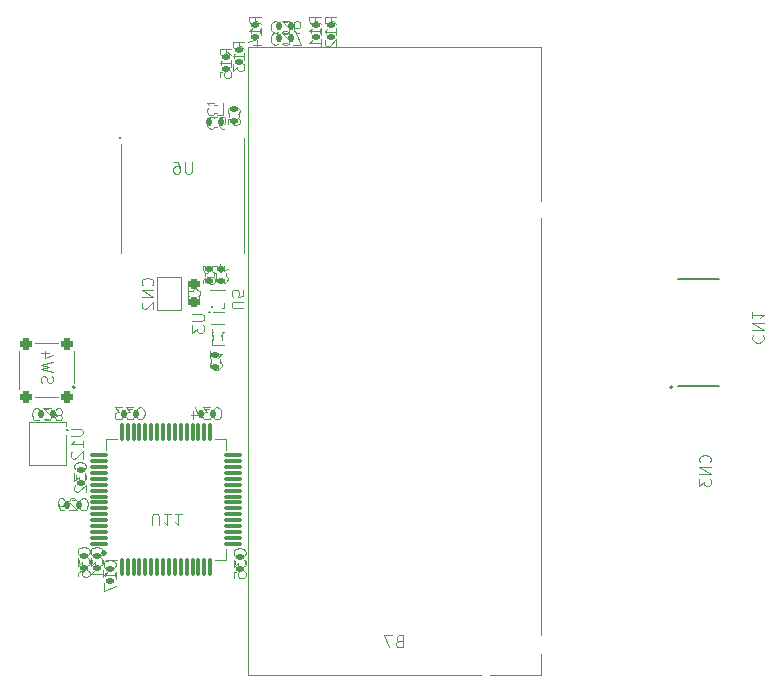
<source format=gbr>
%TF.GenerationSoftware,KiCad,Pcbnew,9.0.0*%
%TF.CreationDate,2025-02-26T14:35:45+01:00*%
%TF.ProjectId,relativeGPS,72656c61-7469-4766-9547-50532e6b6963,rev?*%
%TF.SameCoordinates,Original*%
%TF.FileFunction,Legend,Bot*%
%TF.FilePolarity,Positive*%
%FSLAX46Y46*%
G04 Gerber Fmt 4.6, Leading zero omitted, Abs format (unit mm)*
G04 Created by KiCad (PCBNEW 9.0.0) date 2025-02-26 14:35:45*
%MOMM*%
%LPD*%
G01*
G04 APERTURE LIST*
G04 Aperture macros list*
%AMRoundRect*
0 Rectangle with rounded corners*
0 $1 Rounding radius*
0 $2 $3 $4 $5 $6 $7 $8 $9 X,Y pos of 4 corners*
0 Add a 4 corners polygon primitive as box body*
4,1,4,$2,$3,$4,$5,$6,$7,$8,$9,$2,$3,0*
0 Add four circle primitives for the rounded corners*
1,1,$1+$1,$2,$3*
1,1,$1+$1,$4,$5*
1,1,$1+$1,$6,$7*
1,1,$1+$1,$8,$9*
0 Add four rect primitives between the rounded corners*
20,1,$1+$1,$2,$3,$4,$5,0*
20,1,$1+$1,$4,$5,$6,$7,0*
20,1,$1+$1,$6,$7,$8,$9,0*
20,1,$1+$1,$8,$9,$2,$3,0*%
G04 Aperture macros list end*
%ADD10C,0.100000*%
%ADD11C,0.200000*%
%ADD12C,0.120000*%
%ADD13C,0.150000*%
%ADD14C,0.300000*%
%ADD15C,1.500000*%
%ADD16C,1.400000*%
%ADD17C,2.000000*%
%ADD18RoundRect,0.135000X0.185000X-0.135000X0.185000X0.135000X-0.185000X0.135000X-0.185000X-0.135000X0*%
%ADD19RoundRect,0.135000X-0.135000X-0.185000X0.135000X-0.185000X0.135000X0.185000X-0.135000X0.185000X0*%
%ADD20RoundRect,0.135000X-0.185000X0.135000X-0.185000X-0.135000X0.185000X-0.135000X0.185000X0.135000X0*%
%ADD21R,2.790000X0.740000*%
%ADD22RoundRect,0.135000X0.135000X0.185000X-0.135000X0.185000X-0.135000X-0.185000X0.135000X-0.185000X0*%
%ADD23RoundRect,0.250000X0.250000X-0.250000X0.250000X0.250000X-0.250000X0.250000X-0.250000X-0.250000X0*%
%ADD24R,0.400000X0.500000*%
%ADD25RoundRect,0.225000X0.250000X-0.225000X0.250000X0.225000X-0.250000X0.225000X-0.250000X-0.225000X0*%
%ADD26R,0.375000X0.300000*%
%ADD27R,1.500000X1.000000*%
%ADD28R,1.100000X1.300000*%
%ADD29R,0.660000X0.410000*%
%ADD30R,0.900000X1.600000*%
%ADD31C,0.991000*%
%ADD32C,0.787000*%
%ADD33R,0.250000X0.250000*%
%ADD34RoundRect,0.075000X-0.700000X-0.075000X0.700000X-0.075000X0.700000X0.075000X-0.700000X0.075000X0*%
%ADD35RoundRect,0.075000X-0.075000X-0.700000X0.075000X-0.700000X0.075000X0.700000X-0.075000X0.700000X0*%
G04 APERTURE END LIST*
D10*
X86157419Y-73347142D02*
X85681228Y-73013809D01*
X86157419Y-72775714D02*
X85157419Y-72775714D01*
X85157419Y-72775714D02*
X85157419Y-73156666D01*
X85157419Y-73156666D02*
X85205038Y-73251904D01*
X85205038Y-73251904D02*
X85252657Y-73299523D01*
X85252657Y-73299523D02*
X85347895Y-73347142D01*
X85347895Y-73347142D02*
X85490752Y-73347142D01*
X85490752Y-73347142D02*
X85585990Y-73299523D01*
X85585990Y-73299523D02*
X85633609Y-73251904D01*
X85633609Y-73251904D02*
X85681228Y-73156666D01*
X85681228Y-73156666D02*
X85681228Y-72775714D01*
X86157419Y-74299523D02*
X86157419Y-73728095D01*
X86157419Y-74013809D02*
X85157419Y-74013809D01*
X85157419Y-74013809D02*
X85300276Y-73918571D01*
X85300276Y-73918571D02*
X85395514Y-73823333D01*
X85395514Y-73823333D02*
X85443133Y-73728095D01*
X85157419Y-75204285D02*
X85157419Y-74728095D01*
X85157419Y-74728095D02*
X85633609Y-74680476D01*
X85633609Y-74680476D02*
X85585990Y-74728095D01*
X85585990Y-74728095D02*
X85538371Y-74823333D01*
X85538371Y-74823333D02*
X85538371Y-75061428D01*
X85538371Y-75061428D02*
X85585990Y-75156666D01*
X85585990Y-75156666D02*
X85633609Y-75204285D01*
X85633609Y-75204285D02*
X85728847Y-75251904D01*
X85728847Y-75251904D02*
X85966942Y-75251904D01*
X85966942Y-75251904D02*
X86062180Y-75204285D01*
X86062180Y-75204285D02*
X86109800Y-75156666D01*
X86109800Y-75156666D02*
X86157419Y-75061428D01*
X86157419Y-75061428D02*
X86157419Y-74823333D01*
X86157419Y-74823333D02*
X86109800Y-74728095D01*
X86109800Y-74728095D02*
X86062180Y-74680476D01*
X84693333Y-78637819D02*
X84645714Y-78590200D01*
X84645714Y-78590200D02*
X84502857Y-78542580D01*
X84502857Y-78542580D02*
X84407619Y-78542580D01*
X84407619Y-78542580D02*
X84264762Y-78590200D01*
X84264762Y-78590200D02*
X84169524Y-78685438D01*
X84169524Y-78685438D02*
X84121905Y-78780676D01*
X84121905Y-78780676D02*
X84074286Y-78971152D01*
X84074286Y-78971152D02*
X84074286Y-79114009D01*
X84074286Y-79114009D02*
X84121905Y-79304485D01*
X84121905Y-79304485D02*
X84169524Y-79399723D01*
X84169524Y-79399723D02*
X84264762Y-79494961D01*
X84264762Y-79494961D02*
X84407619Y-79542580D01*
X84407619Y-79542580D02*
X84502857Y-79542580D01*
X84502857Y-79542580D02*
X84645714Y-79494961D01*
X84645714Y-79494961D02*
X84693333Y-79447342D01*
X85550476Y-79542580D02*
X85360000Y-79542580D01*
X85360000Y-79542580D02*
X85264762Y-79494961D01*
X85264762Y-79494961D02*
X85217143Y-79447342D01*
X85217143Y-79447342D02*
X85121905Y-79304485D01*
X85121905Y-79304485D02*
X85074286Y-79114009D01*
X85074286Y-79114009D02*
X85074286Y-78733057D01*
X85074286Y-78733057D02*
X85121905Y-78637819D01*
X85121905Y-78637819D02*
X85169524Y-78590200D01*
X85169524Y-78590200D02*
X85264762Y-78542580D01*
X85264762Y-78542580D02*
X85455238Y-78542580D01*
X85455238Y-78542580D02*
X85550476Y-78590200D01*
X85550476Y-78590200D02*
X85598095Y-78637819D01*
X85598095Y-78637819D02*
X85645714Y-78733057D01*
X85645714Y-78733057D02*
X85645714Y-78971152D01*
X85645714Y-78971152D02*
X85598095Y-79066390D01*
X85598095Y-79066390D02*
X85550476Y-79114009D01*
X85550476Y-79114009D02*
X85455238Y-79161628D01*
X85455238Y-79161628D02*
X85264762Y-79161628D01*
X85264762Y-79161628D02*
X85169524Y-79114009D01*
X85169524Y-79114009D02*
X85121905Y-79066390D01*
X85121905Y-79066390D02*
X85074286Y-78971152D01*
X87262180Y-115697142D02*
X87309800Y-115649523D01*
X87309800Y-115649523D02*
X87357419Y-115506666D01*
X87357419Y-115506666D02*
X87357419Y-115411428D01*
X87357419Y-115411428D02*
X87309800Y-115268571D01*
X87309800Y-115268571D02*
X87214561Y-115173333D01*
X87214561Y-115173333D02*
X87119323Y-115125714D01*
X87119323Y-115125714D02*
X86928847Y-115078095D01*
X86928847Y-115078095D02*
X86785990Y-115078095D01*
X86785990Y-115078095D02*
X86595514Y-115125714D01*
X86595514Y-115125714D02*
X86500276Y-115173333D01*
X86500276Y-115173333D02*
X86405038Y-115268571D01*
X86405038Y-115268571D02*
X86357419Y-115411428D01*
X86357419Y-115411428D02*
X86357419Y-115506666D01*
X86357419Y-115506666D02*
X86405038Y-115649523D01*
X86405038Y-115649523D02*
X86452657Y-115697142D01*
X86357419Y-116030476D02*
X86357419Y-116649523D01*
X86357419Y-116649523D02*
X86738371Y-116316190D01*
X86738371Y-116316190D02*
X86738371Y-116459047D01*
X86738371Y-116459047D02*
X86785990Y-116554285D01*
X86785990Y-116554285D02*
X86833609Y-116601904D01*
X86833609Y-116601904D02*
X86928847Y-116649523D01*
X86928847Y-116649523D02*
X87166942Y-116649523D01*
X87166942Y-116649523D02*
X87262180Y-116601904D01*
X87262180Y-116601904D02*
X87309800Y-116554285D01*
X87309800Y-116554285D02*
X87357419Y-116459047D01*
X87357419Y-116459047D02*
X87357419Y-116173333D01*
X87357419Y-116173333D02*
X87309800Y-116078095D01*
X87309800Y-116078095D02*
X87262180Y-116030476D01*
X86357419Y-117554285D02*
X86357419Y-117078095D01*
X86357419Y-117078095D02*
X86833609Y-117030476D01*
X86833609Y-117030476D02*
X86785990Y-117078095D01*
X86785990Y-117078095D02*
X86738371Y-117173333D01*
X86738371Y-117173333D02*
X86738371Y-117411428D01*
X86738371Y-117411428D02*
X86785990Y-117506666D01*
X86785990Y-117506666D02*
X86833609Y-117554285D01*
X86833609Y-117554285D02*
X86928847Y-117601904D01*
X86928847Y-117601904D02*
X87166942Y-117601904D01*
X87166942Y-117601904D02*
X87262180Y-117554285D01*
X87262180Y-117554285D02*
X87309800Y-117506666D01*
X87309800Y-117506666D02*
X87357419Y-117411428D01*
X87357419Y-117411428D02*
X87357419Y-117173333D01*
X87357419Y-117173333D02*
X87309800Y-117078095D01*
X87309800Y-117078095D02*
X87262180Y-117030476D01*
X84757419Y-91733333D02*
X84281228Y-91400000D01*
X84757419Y-91161905D02*
X83757419Y-91161905D01*
X83757419Y-91161905D02*
X83757419Y-91542857D01*
X83757419Y-91542857D02*
X83805038Y-91638095D01*
X83805038Y-91638095D02*
X83852657Y-91685714D01*
X83852657Y-91685714D02*
X83947895Y-91733333D01*
X83947895Y-91733333D02*
X84090752Y-91733333D01*
X84090752Y-91733333D02*
X84185990Y-91685714D01*
X84185990Y-91685714D02*
X84233609Y-91638095D01*
X84233609Y-91638095D02*
X84281228Y-91542857D01*
X84281228Y-91542857D02*
X84281228Y-91161905D01*
X83757419Y-92590476D02*
X83757419Y-92400000D01*
X83757419Y-92400000D02*
X83805038Y-92304762D01*
X83805038Y-92304762D02*
X83852657Y-92257143D01*
X83852657Y-92257143D02*
X83995514Y-92161905D01*
X83995514Y-92161905D02*
X84185990Y-92114286D01*
X84185990Y-92114286D02*
X84566942Y-92114286D01*
X84566942Y-92114286D02*
X84662180Y-92161905D01*
X84662180Y-92161905D02*
X84709800Y-92209524D01*
X84709800Y-92209524D02*
X84757419Y-92304762D01*
X84757419Y-92304762D02*
X84757419Y-92495238D01*
X84757419Y-92495238D02*
X84709800Y-92590476D01*
X84709800Y-92590476D02*
X84662180Y-92638095D01*
X84662180Y-92638095D02*
X84566942Y-92685714D01*
X84566942Y-92685714D02*
X84328847Y-92685714D01*
X84328847Y-92685714D02*
X84233609Y-92638095D01*
X84233609Y-92638095D02*
X84185990Y-92590476D01*
X84185990Y-92590476D02*
X84138371Y-92495238D01*
X84138371Y-92495238D02*
X84138371Y-92304762D01*
X84138371Y-92304762D02*
X84185990Y-92209524D01*
X84185990Y-92209524D02*
X84233609Y-92161905D01*
X84233609Y-92161905D02*
X84328847Y-92114286D01*
X69917141Y-103337819D02*
X69869522Y-103290200D01*
X69869522Y-103290200D02*
X69726665Y-103242580D01*
X69726665Y-103242580D02*
X69631427Y-103242580D01*
X69631427Y-103242580D02*
X69488570Y-103290200D01*
X69488570Y-103290200D02*
X69393332Y-103385438D01*
X69393332Y-103385438D02*
X69345713Y-103480676D01*
X69345713Y-103480676D02*
X69298094Y-103671152D01*
X69298094Y-103671152D02*
X69298094Y-103814009D01*
X69298094Y-103814009D02*
X69345713Y-104004485D01*
X69345713Y-104004485D02*
X69393332Y-104099723D01*
X69393332Y-104099723D02*
X69488570Y-104194961D01*
X69488570Y-104194961D02*
X69631427Y-104242580D01*
X69631427Y-104242580D02*
X69726665Y-104242580D01*
X69726665Y-104242580D02*
X69869522Y-104194961D01*
X69869522Y-104194961D02*
X69917141Y-104147342D01*
X70298094Y-104147342D02*
X70345713Y-104194961D01*
X70345713Y-104194961D02*
X70440951Y-104242580D01*
X70440951Y-104242580D02*
X70679046Y-104242580D01*
X70679046Y-104242580D02*
X70774284Y-104194961D01*
X70774284Y-104194961D02*
X70821903Y-104147342D01*
X70821903Y-104147342D02*
X70869522Y-104052104D01*
X70869522Y-104052104D02*
X70869522Y-103956866D01*
X70869522Y-103956866D02*
X70821903Y-103814009D01*
X70821903Y-103814009D02*
X70250475Y-103242580D01*
X70250475Y-103242580D02*
X70869522Y-103242580D01*
X71440951Y-103814009D02*
X71345713Y-103861628D01*
X71345713Y-103861628D02*
X71298094Y-103909247D01*
X71298094Y-103909247D02*
X71250475Y-104004485D01*
X71250475Y-104004485D02*
X71250475Y-104052104D01*
X71250475Y-104052104D02*
X71298094Y-104147342D01*
X71298094Y-104147342D02*
X71345713Y-104194961D01*
X71345713Y-104194961D02*
X71440951Y-104242580D01*
X71440951Y-104242580D02*
X71631427Y-104242580D01*
X71631427Y-104242580D02*
X71726665Y-104194961D01*
X71726665Y-104194961D02*
X71774284Y-104147342D01*
X71774284Y-104147342D02*
X71821903Y-104052104D01*
X71821903Y-104052104D02*
X71821903Y-104004485D01*
X71821903Y-104004485D02*
X71774284Y-103909247D01*
X71774284Y-103909247D02*
X71726665Y-103861628D01*
X71726665Y-103861628D02*
X71631427Y-103814009D01*
X71631427Y-103814009D02*
X71440951Y-103814009D01*
X71440951Y-103814009D02*
X71345713Y-103766390D01*
X71345713Y-103766390D02*
X71298094Y-103718771D01*
X71298094Y-103718771D02*
X71250475Y-103623533D01*
X71250475Y-103623533D02*
X71250475Y-103433057D01*
X71250475Y-103433057D02*
X71298094Y-103337819D01*
X71298094Y-103337819D02*
X71345713Y-103290200D01*
X71345713Y-103290200D02*
X71440951Y-103242580D01*
X71440951Y-103242580D02*
X71631427Y-103242580D01*
X71631427Y-103242580D02*
X71726665Y-103290200D01*
X71726665Y-103290200D02*
X71774284Y-103337819D01*
X71774284Y-103337819D02*
X71821903Y-103433057D01*
X71821903Y-103433057D02*
X71821903Y-103623533D01*
X71821903Y-103623533D02*
X71774284Y-103718771D01*
X71774284Y-103718771D02*
X71726665Y-103766390D01*
X71726665Y-103766390D02*
X71631427Y-103814009D01*
X130337819Y-97040476D02*
X130290200Y-97088095D01*
X130290200Y-97088095D02*
X130242580Y-97230952D01*
X130242580Y-97230952D02*
X130242580Y-97326190D01*
X130242580Y-97326190D02*
X130290200Y-97469047D01*
X130290200Y-97469047D02*
X130385438Y-97564285D01*
X130385438Y-97564285D02*
X130480676Y-97611904D01*
X130480676Y-97611904D02*
X130671152Y-97659523D01*
X130671152Y-97659523D02*
X130814009Y-97659523D01*
X130814009Y-97659523D02*
X131004485Y-97611904D01*
X131004485Y-97611904D02*
X131099723Y-97564285D01*
X131099723Y-97564285D02*
X131194961Y-97469047D01*
X131194961Y-97469047D02*
X131242580Y-97326190D01*
X131242580Y-97326190D02*
X131242580Y-97230952D01*
X131242580Y-97230952D02*
X131194961Y-97088095D01*
X131194961Y-97088095D02*
X131147342Y-97040476D01*
X130242580Y-96611904D02*
X131242580Y-96611904D01*
X131242580Y-96611904D02*
X130242580Y-96040476D01*
X130242580Y-96040476D02*
X131242580Y-96040476D01*
X130242580Y-95040476D02*
X130242580Y-95611904D01*
X130242580Y-95326190D02*
X131242580Y-95326190D01*
X131242580Y-95326190D02*
X131099723Y-95421428D01*
X131099723Y-95421428D02*
X131004485Y-95516666D01*
X131004485Y-95516666D02*
X130956866Y-95611904D01*
X84692857Y-104062180D02*
X84740476Y-104109800D01*
X84740476Y-104109800D02*
X84883333Y-104157419D01*
X84883333Y-104157419D02*
X84978571Y-104157419D01*
X84978571Y-104157419D02*
X85121428Y-104109800D01*
X85121428Y-104109800D02*
X85216666Y-104014561D01*
X85216666Y-104014561D02*
X85264285Y-103919323D01*
X85264285Y-103919323D02*
X85311904Y-103728847D01*
X85311904Y-103728847D02*
X85311904Y-103585990D01*
X85311904Y-103585990D02*
X85264285Y-103395514D01*
X85264285Y-103395514D02*
X85216666Y-103300276D01*
X85216666Y-103300276D02*
X85121428Y-103205038D01*
X85121428Y-103205038D02*
X84978571Y-103157419D01*
X84978571Y-103157419D02*
X84883333Y-103157419D01*
X84883333Y-103157419D02*
X84740476Y-103205038D01*
X84740476Y-103205038D02*
X84692857Y-103252657D01*
X84359523Y-103157419D02*
X83740476Y-103157419D01*
X83740476Y-103157419D02*
X84073809Y-103538371D01*
X84073809Y-103538371D02*
X83930952Y-103538371D01*
X83930952Y-103538371D02*
X83835714Y-103585990D01*
X83835714Y-103585990D02*
X83788095Y-103633609D01*
X83788095Y-103633609D02*
X83740476Y-103728847D01*
X83740476Y-103728847D02*
X83740476Y-103966942D01*
X83740476Y-103966942D02*
X83788095Y-104062180D01*
X83788095Y-104062180D02*
X83835714Y-104109800D01*
X83835714Y-104109800D02*
X83930952Y-104157419D01*
X83930952Y-104157419D02*
X84216666Y-104157419D01*
X84216666Y-104157419D02*
X84311904Y-104109800D01*
X84311904Y-104109800D02*
X84359523Y-104062180D01*
X82883333Y-103490752D02*
X82883333Y-104157419D01*
X83121428Y-103109800D02*
X83359523Y-103824085D01*
X83359523Y-103824085D02*
X82740476Y-103824085D01*
X93757419Y-70647142D02*
X93281228Y-70313809D01*
X93757419Y-70075714D02*
X92757419Y-70075714D01*
X92757419Y-70075714D02*
X92757419Y-70456666D01*
X92757419Y-70456666D02*
X92805038Y-70551904D01*
X92805038Y-70551904D02*
X92852657Y-70599523D01*
X92852657Y-70599523D02*
X92947895Y-70647142D01*
X92947895Y-70647142D02*
X93090752Y-70647142D01*
X93090752Y-70647142D02*
X93185990Y-70599523D01*
X93185990Y-70599523D02*
X93233609Y-70551904D01*
X93233609Y-70551904D02*
X93281228Y-70456666D01*
X93281228Y-70456666D02*
X93281228Y-70075714D01*
X93757419Y-71599523D02*
X93757419Y-71028095D01*
X93757419Y-71313809D02*
X92757419Y-71313809D01*
X92757419Y-71313809D02*
X92900276Y-71218571D01*
X92900276Y-71218571D02*
X92995514Y-71123333D01*
X92995514Y-71123333D02*
X93043133Y-71028095D01*
X93757419Y-72551904D02*
X93757419Y-71980476D01*
X93757419Y-72266190D02*
X92757419Y-72266190D01*
X92757419Y-72266190D02*
X92900276Y-72170952D01*
X92900276Y-72170952D02*
X92995514Y-72075714D01*
X92995514Y-72075714D02*
X93043133Y-71980476D01*
X70090200Y-101083332D02*
X70042580Y-100940475D01*
X70042580Y-100940475D02*
X70042580Y-100702380D01*
X70042580Y-100702380D02*
X70090200Y-100607142D01*
X70090200Y-100607142D02*
X70137819Y-100559523D01*
X70137819Y-100559523D02*
X70233057Y-100511904D01*
X70233057Y-100511904D02*
X70328295Y-100511904D01*
X70328295Y-100511904D02*
X70423533Y-100559523D01*
X70423533Y-100559523D02*
X70471152Y-100607142D01*
X70471152Y-100607142D02*
X70518771Y-100702380D01*
X70518771Y-100702380D02*
X70566390Y-100892856D01*
X70566390Y-100892856D02*
X70614009Y-100988094D01*
X70614009Y-100988094D02*
X70661628Y-101035713D01*
X70661628Y-101035713D02*
X70756866Y-101083332D01*
X70756866Y-101083332D02*
X70852104Y-101083332D01*
X70852104Y-101083332D02*
X70947342Y-101035713D01*
X70947342Y-101035713D02*
X70994961Y-100988094D01*
X70994961Y-100988094D02*
X71042580Y-100892856D01*
X71042580Y-100892856D02*
X71042580Y-100654761D01*
X71042580Y-100654761D02*
X70994961Y-100511904D01*
X71042580Y-100178570D02*
X70042580Y-99940475D01*
X70042580Y-99940475D02*
X70756866Y-99749999D01*
X70756866Y-99749999D02*
X70042580Y-99559523D01*
X70042580Y-99559523D02*
X71042580Y-99321428D01*
X70709247Y-98511904D02*
X70042580Y-98511904D01*
X71090200Y-98749999D02*
X70375914Y-98988094D01*
X70375914Y-98988094D02*
X70375914Y-98369047D01*
X84966666Y-78357419D02*
X85442856Y-78357419D01*
X85442856Y-78357419D02*
X85442856Y-77357419D01*
X84728570Y-77357419D02*
X84109523Y-77357419D01*
X84109523Y-77357419D02*
X84442856Y-77738371D01*
X84442856Y-77738371D02*
X84299999Y-77738371D01*
X84299999Y-77738371D02*
X84204761Y-77785990D01*
X84204761Y-77785990D02*
X84157142Y-77833609D01*
X84157142Y-77833609D02*
X84109523Y-77928847D01*
X84109523Y-77928847D02*
X84109523Y-78166942D01*
X84109523Y-78166942D02*
X84157142Y-78262180D01*
X84157142Y-78262180D02*
X84204761Y-78309800D01*
X84204761Y-78309800D02*
X84299999Y-78357419D01*
X84299999Y-78357419D02*
X84585713Y-78357419D01*
X84585713Y-78357419D02*
X84680951Y-78309800D01*
X84680951Y-78309800D02*
X84728570Y-78262180D01*
X84937819Y-92026666D02*
X84890200Y-92074285D01*
X84890200Y-92074285D02*
X84842580Y-92217142D01*
X84842580Y-92217142D02*
X84842580Y-92312380D01*
X84842580Y-92312380D02*
X84890200Y-92455237D01*
X84890200Y-92455237D02*
X84985438Y-92550475D01*
X84985438Y-92550475D02*
X85080676Y-92598094D01*
X85080676Y-92598094D02*
X85271152Y-92645713D01*
X85271152Y-92645713D02*
X85414009Y-92645713D01*
X85414009Y-92645713D02*
X85604485Y-92598094D01*
X85604485Y-92598094D02*
X85699723Y-92550475D01*
X85699723Y-92550475D02*
X85794961Y-92455237D01*
X85794961Y-92455237D02*
X85842580Y-92312380D01*
X85842580Y-92312380D02*
X85842580Y-92217142D01*
X85842580Y-92217142D02*
X85794961Y-92074285D01*
X85794961Y-92074285D02*
X85747342Y-92026666D01*
X85509247Y-91169523D02*
X84842580Y-91169523D01*
X85890200Y-91407618D02*
X85175914Y-91645713D01*
X85175914Y-91645713D02*
X85175914Y-91026666D01*
X83457419Y-93308333D02*
X82981228Y-92975000D01*
X83457419Y-92736905D02*
X82457419Y-92736905D01*
X82457419Y-92736905D02*
X82457419Y-93117857D01*
X82457419Y-93117857D02*
X82505038Y-93213095D01*
X82505038Y-93213095D02*
X82552657Y-93260714D01*
X82552657Y-93260714D02*
X82647895Y-93308333D01*
X82647895Y-93308333D02*
X82790752Y-93308333D01*
X82790752Y-93308333D02*
X82885990Y-93260714D01*
X82885990Y-93260714D02*
X82933609Y-93213095D01*
X82933609Y-93213095D02*
X82981228Y-93117857D01*
X82981228Y-93117857D02*
X82981228Y-92736905D01*
X82552657Y-93689286D02*
X82505038Y-93736905D01*
X82505038Y-93736905D02*
X82457419Y-93832143D01*
X82457419Y-93832143D02*
X82457419Y-94070238D01*
X82457419Y-94070238D02*
X82505038Y-94165476D01*
X82505038Y-94165476D02*
X82552657Y-94213095D01*
X82552657Y-94213095D02*
X82647895Y-94260714D01*
X82647895Y-94260714D02*
X82743133Y-94260714D01*
X82743133Y-94260714D02*
X82885990Y-94213095D01*
X82885990Y-94213095D02*
X83457419Y-93641667D01*
X83457419Y-93641667D02*
X83457419Y-94260714D01*
X78192857Y-104062180D02*
X78240476Y-104109800D01*
X78240476Y-104109800D02*
X78383333Y-104157419D01*
X78383333Y-104157419D02*
X78478571Y-104157419D01*
X78478571Y-104157419D02*
X78621428Y-104109800D01*
X78621428Y-104109800D02*
X78716666Y-104014561D01*
X78716666Y-104014561D02*
X78764285Y-103919323D01*
X78764285Y-103919323D02*
X78811904Y-103728847D01*
X78811904Y-103728847D02*
X78811904Y-103585990D01*
X78811904Y-103585990D02*
X78764285Y-103395514D01*
X78764285Y-103395514D02*
X78716666Y-103300276D01*
X78716666Y-103300276D02*
X78621428Y-103205038D01*
X78621428Y-103205038D02*
X78478571Y-103157419D01*
X78478571Y-103157419D02*
X78383333Y-103157419D01*
X78383333Y-103157419D02*
X78240476Y-103205038D01*
X78240476Y-103205038D02*
X78192857Y-103252657D01*
X77859523Y-103157419D02*
X77240476Y-103157419D01*
X77240476Y-103157419D02*
X77573809Y-103538371D01*
X77573809Y-103538371D02*
X77430952Y-103538371D01*
X77430952Y-103538371D02*
X77335714Y-103585990D01*
X77335714Y-103585990D02*
X77288095Y-103633609D01*
X77288095Y-103633609D02*
X77240476Y-103728847D01*
X77240476Y-103728847D02*
X77240476Y-103966942D01*
X77240476Y-103966942D02*
X77288095Y-104062180D01*
X77288095Y-104062180D02*
X77335714Y-104109800D01*
X77335714Y-104109800D02*
X77430952Y-104157419D01*
X77430952Y-104157419D02*
X77716666Y-104157419D01*
X77716666Y-104157419D02*
X77811904Y-104109800D01*
X77811904Y-104109800D02*
X77859523Y-104062180D01*
X76907142Y-103157419D02*
X76288095Y-103157419D01*
X76288095Y-103157419D02*
X76621428Y-103538371D01*
X76621428Y-103538371D02*
X76478571Y-103538371D01*
X76478571Y-103538371D02*
X76383333Y-103585990D01*
X76383333Y-103585990D02*
X76335714Y-103633609D01*
X76335714Y-103633609D02*
X76288095Y-103728847D01*
X76288095Y-103728847D02*
X76288095Y-103966942D01*
X76288095Y-103966942D02*
X76335714Y-104062180D01*
X76335714Y-104062180D02*
X76383333Y-104109800D01*
X76383333Y-104109800D02*
X76478571Y-104157419D01*
X76478571Y-104157419D02*
X76764285Y-104157419D01*
X76764285Y-104157419D02*
X76859523Y-104109800D01*
X76859523Y-104109800D02*
X76907142Y-104062180D01*
X75162180Y-115607142D02*
X75209800Y-115559523D01*
X75209800Y-115559523D02*
X75257419Y-115416666D01*
X75257419Y-115416666D02*
X75257419Y-115321428D01*
X75257419Y-115321428D02*
X75209800Y-115178571D01*
X75209800Y-115178571D02*
X75114561Y-115083333D01*
X75114561Y-115083333D02*
X75019323Y-115035714D01*
X75019323Y-115035714D02*
X74828847Y-114988095D01*
X74828847Y-114988095D02*
X74685990Y-114988095D01*
X74685990Y-114988095D02*
X74495514Y-115035714D01*
X74495514Y-115035714D02*
X74400276Y-115083333D01*
X74400276Y-115083333D02*
X74305038Y-115178571D01*
X74305038Y-115178571D02*
X74257419Y-115321428D01*
X74257419Y-115321428D02*
X74257419Y-115416666D01*
X74257419Y-115416666D02*
X74305038Y-115559523D01*
X74305038Y-115559523D02*
X74352657Y-115607142D01*
X74257419Y-115940476D02*
X74257419Y-116559523D01*
X74257419Y-116559523D02*
X74638371Y-116226190D01*
X74638371Y-116226190D02*
X74638371Y-116369047D01*
X74638371Y-116369047D02*
X74685990Y-116464285D01*
X74685990Y-116464285D02*
X74733609Y-116511904D01*
X74733609Y-116511904D02*
X74828847Y-116559523D01*
X74828847Y-116559523D02*
X75066942Y-116559523D01*
X75066942Y-116559523D02*
X75162180Y-116511904D01*
X75162180Y-116511904D02*
X75209800Y-116464285D01*
X75209800Y-116464285D02*
X75257419Y-116369047D01*
X75257419Y-116369047D02*
X75257419Y-116083333D01*
X75257419Y-116083333D02*
X75209800Y-115988095D01*
X75209800Y-115988095D02*
X75162180Y-115940476D01*
X75257419Y-117511904D02*
X75257419Y-116940476D01*
X75257419Y-117226190D02*
X74257419Y-117226190D01*
X74257419Y-117226190D02*
X74400276Y-117130952D01*
X74400276Y-117130952D02*
X74495514Y-117035714D01*
X74495514Y-117035714D02*
X74543133Y-116940476D01*
X73762180Y-108407142D02*
X73809800Y-108359523D01*
X73809800Y-108359523D02*
X73857419Y-108216666D01*
X73857419Y-108216666D02*
X73857419Y-108121428D01*
X73857419Y-108121428D02*
X73809800Y-107978571D01*
X73809800Y-107978571D02*
X73714561Y-107883333D01*
X73714561Y-107883333D02*
X73619323Y-107835714D01*
X73619323Y-107835714D02*
X73428847Y-107788095D01*
X73428847Y-107788095D02*
X73285990Y-107788095D01*
X73285990Y-107788095D02*
X73095514Y-107835714D01*
X73095514Y-107835714D02*
X73000276Y-107883333D01*
X73000276Y-107883333D02*
X72905038Y-107978571D01*
X72905038Y-107978571D02*
X72857419Y-108121428D01*
X72857419Y-108121428D02*
X72857419Y-108216666D01*
X72857419Y-108216666D02*
X72905038Y-108359523D01*
X72905038Y-108359523D02*
X72952657Y-108407142D01*
X72857419Y-108740476D02*
X72857419Y-109359523D01*
X72857419Y-109359523D02*
X73238371Y-109026190D01*
X73238371Y-109026190D02*
X73238371Y-109169047D01*
X73238371Y-109169047D02*
X73285990Y-109264285D01*
X73285990Y-109264285D02*
X73333609Y-109311904D01*
X73333609Y-109311904D02*
X73428847Y-109359523D01*
X73428847Y-109359523D02*
X73666942Y-109359523D01*
X73666942Y-109359523D02*
X73762180Y-109311904D01*
X73762180Y-109311904D02*
X73809800Y-109264285D01*
X73809800Y-109264285D02*
X73857419Y-109169047D01*
X73857419Y-109169047D02*
X73857419Y-108883333D01*
X73857419Y-108883333D02*
X73809800Y-108788095D01*
X73809800Y-108788095D02*
X73762180Y-108740476D01*
X72952657Y-109740476D02*
X72905038Y-109788095D01*
X72905038Y-109788095D02*
X72857419Y-109883333D01*
X72857419Y-109883333D02*
X72857419Y-110121428D01*
X72857419Y-110121428D02*
X72905038Y-110216666D01*
X72905038Y-110216666D02*
X72952657Y-110264285D01*
X72952657Y-110264285D02*
X73047895Y-110311904D01*
X73047895Y-110311904D02*
X73143133Y-110311904D01*
X73143133Y-110311904D02*
X73285990Y-110264285D01*
X73285990Y-110264285D02*
X73857419Y-109692857D01*
X73857419Y-109692857D02*
X73857419Y-110311904D01*
X87257419Y-72767142D02*
X86781228Y-72433809D01*
X87257419Y-72195714D02*
X86257419Y-72195714D01*
X86257419Y-72195714D02*
X86257419Y-72576666D01*
X86257419Y-72576666D02*
X86305038Y-72671904D01*
X86305038Y-72671904D02*
X86352657Y-72719523D01*
X86352657Y-72719523D02*
X86447895Y-72767142D01*
X86447895Y-72767142D02*
X86590752Y-72767142D01*
X86590752Y-72767142D02*
X86685990Y-72719523D01*
X86685990Y-72719523D02*
X86733609Y-72671904D01*
X86733609Y-72671904D02*
X86781228Y-72576666D01*
X86781228Y-72576666D02*
X86781228Y-72195714D01*
X87257419Y-73719523D02*
X87257419Y-73148095D01*
X87257419Y-73433809D02*
X86257419Y-73433809D01*
X86257419Y-73433809D02*
X86400276Y-73338571D01*
X86400276Y-73338571D02*
X86495514Y-73243333D01*
X86495514Y-73243333D02*
X86543133Y-73148095D01*
X86257419Y-74052857D02*
X86257419Y-74671904D01*
X86257419Y-74671904D02*
X86638371Y-74338571D01*
X86638371Y-74338571D02*
X86638371Y-74481428D01*
X86638371Y-74481428D02*
X86685990Y-74576666D01*
X86685990Y-74576666D02*
X86733609Y-74624285D01*
X86733609Y-74624285D02*
X86828847Y-74671904D01*
X86828847Y-74671904D02*
X87066942Y-74671904D01*
X87066942Y-74671904D02*
X87162180Y-74624285D01*
X87162180Y-74624285D02*
X87209800Y-74576666D01*
X87209800Y-74576666D02*
X87257419Y-74481428D01*
X87257419Y-74481428D02*
X87257419Y-74195714D01*
X87257419Y-74195714D02*
X87209800Y-74100476D01*
X87209800Y-74100476D02*
X87162180Y-74052857D01*
X87180080Y-94761904D02*
X86370557Y-94761904D01*
X86370557Y-94761904D02*
X86275319Y-94714285D01*
X86275319Y-94714285D02*
X86227700Y-94666666D01*
X86227700Y-94666666D02*
X86180080Y-94571428D01*
X86180080Y-94571428D02*
X86180080Y-94380952D01*
X86180080Y-94380952D02*
X86227700Y-94285714D01*
X86227700Y-94285714D02*
X86275319Y-94238095D01*
X86275319Y-94238095D02*
X86370557Y-94190476D01*
X86370557Y-94190476D02*
X87180080Y-94190476D01*
X87180080Y-93238095D02*
X87180080Y-93714285D01*
X87180080Y-93714285D02*
X86703890Y-93761904D01*
X86703890Y-93761904D02*
X86751509Y-93714285D01*
X86751509Y-93714285D02*
X86799128Y-93619047D01*
X86799128Y-93619047D02*
X86799128Y-93380952D01*
X86799128Y-93380952D02*
X86751509Y-93285714D01*
X86751509Y-93285714D02*
X86703890Y-93238095D01*
X86703890Y-93238095D02*
X86608652Y-93190476D01*
X86608652Y-93190476D02*
X86370557Y-93190476D01*
X86370557Y-93190476D02*
X86275319Y-93238095D01*
X86275319Y-93238095D02*
X86227700Y-93285714D01*
X86227700Y-93285714D02*
X86180080Y-93380952D01*
X86180080Y-93380952D02*
X86180080Y-93619047D01*
X86180080Y-93619047D02*
X86227700Y-93714285D01*
X86227700Y-93714285D02*
X86275319Y-93761904D01*
X79462180Y-92809523D02*
X79509800Y-92761904D01*
X79509800Y-92761904D02*
X79557419Y-92619047D01*
X79557419Y-92619047D02*
X79557419Y-92523809D01*
X79557419Y-92523809D02*
X79509800Y-92380952D01*
X79509800Y-92380952D02*
X79414561Y-92285714D01*
X79414561Y-92285714D02*
X79319323Y-92238095D01*
X79319323Y-92238095D02*
X79128847Y-92190476D01*
X79128847Y-92190476D02*
X78985990Y-92190476D01*
X78985990Y-92190476D02*
X78795514Y-92238095D01*
X78795514Y-92238095D02*
X78700276Y-92285714D01*
X78700276Y-92285714D02*
X78605038Y-92380952D01*
X78605038Y-92380952D02*
X78557419Y-92523809D01*
X78557419Y-92523809D02*
X78557419Y-92619047D01*
X78557419Y-92619047D02*
X78605038Y-92761904D01*
X78605038Y-92761904D02*
X78652657Y-92809523D01*
X79557419Y-93238095D02*
X78557419Y-93238095D01*
X78557419Y-93238095D02*
X79557419Y-93809523D01*
X79557419Y-93809523D02*
X78557419Y-93809523D01*
X78652657Y-94238095D02*
X78605038Y-94285714D01*
X78605038Y-94285714D02*
X78557419Y-94380952D01*
X78557419Y-94380952D02*
X78557419Y-94619047D01*
X78557419Y-94619047D02*
X78605038Y-94714285D01*
X78605038Y-94714285D02*
X78652657Y-94761904D01*
X78652657Y-94761904D02*
X78747895Y-94809523D01*
X78747895Y-94809523D02*
X78843133Y-94809523D01*
X78843133Y-94809523D02*
X78985990Y-94761904D01*
X78985990Y-94761904D02*
X79557419Y-94190476D01*
X79557419Y-94190476D02*
X79557419Y-94809523D01*
X84437819Y-99326666D02*
X84390200Y-99374285D01*
X84390200Y-99374285D02*
X84342580Y-99517142D01*
X84342580Y-99517142D02*
X84342580Y-99612380D01*
X84342580Y-99612380D02*
X84390200Y-99755237D01*
X84390200Y-99755237D02*
X84485438Y-99850475D01*
X84485438Y-99850475D02*
X84580676Y-99898094D01*
X84580676Y-99898094D02*
X84771152Y-99945713D01*
X84771152Y-99945713D02*
X84914009Y-99945713D01*
X84914009Y-99945713D02*
X85104485Y-99898094D01*
X85104485Y-99898094D02*
X85199723Y-99850475D01*
X85199723Y-99850475D02*
X85294961Y-99755237D01*
X85294961Y-99755237D02*
X85342580Y-99612380D01*
X85342580Y-99612380D02*
X85342580Y-99517142D01*
X85342580Y-99517142D02*
X85294961Y-99374285D01*
X85294961Y-99374285D02*
X85247342Y-99326666D01*
X84342580Y-98374285D02*
X84342580Y-98945713D01*
X84342580Y-98659999D02*
X85342580Y-98659999D01*
X85342580Y-98659999D02*
X85199723Y-98755237D01*
X85199723Y-98755237D02*
X85104485Y-98850475D01*
X85104485Y-98850475D02*
X85056866Y-98945713D01*
X74062180Y-115607142D02*
X74109800Y-115559523D01*
X74109800Y-115559523D02*
X74157419Y-115416666D01*
X74157419Y-115416666D02*
X74157419Y-115321428D01*
X74157419Y-115321428D02*
X74109800Y-115178571D01*
X74109800Y-115178571D02*
X74014561Y-115083333D01*
X74014561Y-115083333D02*
X73919323Y-115035714D01*
X73919323Y-115035714D02*
X73728847Y-114988095D01*
X73728847Y-114988095D02*
X73585990Y-114988095D01*
X73585990Y-114988095D02*
X73395514Y-115035714D01*
X73395514Y-115035714D02*
X73300276Y-115083333D01*
X73300276Y-115083333D02*
X73205038Y-115178571D01*
X73205038Y-115178571D02*
X73157419Y-115321428D01*
X73157419Y-115321428D02*
X73157419Y-115416666D01*
X73157419Y-115416666D02*
X73205038Y-115559523D01*
X73205038Y-115559523D02*
X73252657Y-115607142D01*
X73157419Y-115940476D02*
X73157419Y-116559523D01*
X73157419Y-116559523D02*
X73538371Y-116226190D01*
X73538371Y-116226190D02*
X73538371Y-116369047D01*
X73538371Y-116369047D02*
X73585990Y-116464285D01*
X73585990Y-116464285D02*
X73633609Y-116511904D01*
X73633609Y-116511904D02*
X73728847Y-116559523D01*
X73728847Y-116559523D02*
X73966942Y-116559523D01*
X73966942Y-116559523D02*
X74062180Y-116511904D01*
X74062180Y-116511904D02*
X74109800Y-116464285D01*
X74109800Y-116464285D02*
X74157419Y-116369047D01*
X74157419Y-116369047D02*
X74157419Y-116083333D01*
X74157419Y-116083333D02*
X74109800Y-115988095D01*
X74109800Y-115988095D02*
X74062180Y-115940476D01*
X73157419Y-117416666D02*
X73157419Y-117226190D01*
X73157419Y-117226190D02*
X73205038Y-117130952D01*
X73205038Y-117130952D02*
X73252657Y-117083333D01*
X73252657Y-117083333D02*
X73395514Y-116988095D01*
X73395514Y-116988095D02*
X73585990Y-116940476D01*
X73585990Y-116940476D02*
X73966942Y-116940476D01*
X73966942Y-116940476D02*
X74062180Y-116988095D01*
X74062180Y-116988095D02*
X74109800Y-117035714D01*
X74109800Y-117035714D02*
X74157419Y-117130952D01*
X74157419Y-117130952D02*
X74157419Y-117321428D01*
X74157419Y-117321428D02*
X74109800Y-117416666D01*
X74109800Y-117416666D02*
X74062180Y-117464285D01*
X74062180Y-117464285D02*
X73966942Y-117511904D01*
X73966942Y-117511904D02*
X73728847Y-117511904D01*
X73728847Y-117511904D02*
X73633609Y-117464285D01*
X73633609Y-117464285D02*
X73585990Y-117416666D01*
X73585990Y-117416666D02*
X73538371Y-117321428D01*
X73538371Y-117321428D02*
X73538371Y-117130952D01*
X73538371Y-117130952D02*
X73585990Y-117035714D01*
X73585990Y-117035714D02*
X73633609Y-116988095D01*
X73633609Y-116988095D02*
X73728847Y-116940476D01*
X72557419Y-104961905D02*
X73366942Y-104961905D01*
X73366942Y-104961905D02*
X73462180Y-105009524D01*
X73462180Y-105009524D02*
X73509800Y-105057143D01*
X73509800Y-105057143D02*
X73557419Y-105152381D01*
X73557419Y-105152381D02*
X73557419Y-105342857D01*
X73557419Y-105342857D02*
X73509800Y-105438095D01*
X73509800Y-105438095D02*
X73462180Y-105485714D01*
X73462180Y-105485714D02*
X73366942Y-105533333D01*
X73366942Y-105533333D02*
X72557419Y-105533333D01*
X73557419Y-106533333D02*
X73557419Y-105961905D01*
X73557419Y-106247619D02*
X72557419Y-106247619D01*
X72557419Y-106247619D02*
X72700276Y-106152381D01*
X72700276Y-106152381D02*
X72795514Y-106057143D01*
X72795514Y-106057143D02*
X72843133Y-105961905D01*
X72652657Y-106914286D02*
X72605038Y-106961905D01*
X72605038Y-106961905D02*
X72557419Y-107057143D01*
X72557419Y-107057143D02*
X72557419Y-107295238D01*
X72557419Y-107295238D02*
X72605038Y-107390476D01*
X72605038Y-107390476D02*
X72652657Y-107438095D01*
X72652657Y-107438095D02*
X72747895Y-107485714D01*
X72747895Y-107485714D02*
X72843133Y-107485714D01*
X72843133Y-107485714D02*
X72985990Y-107438095D01*
X72985990Y-107438095D02*
X73557419Y-106866667D01*
X73557419Y-106866667D02*
X73557419Y-107485714D01*
X84542580Y-97371666D02*
X84542580Y-97847856D01*
X84542580Y-97847856D02*
X85542580Y-97847856D01*
X84542580Y-96514523D02*
X84542580Y-97085951D01*
X84542580Y-96800237D02*
X85542580Y-96800237D01*
X85542580Y-96800237D02*
X85399723Y-96895475D01*
X85399723Y-96895475D02*
X85304485Y-96990713D01*
X85304485Y-96990713D02*
X85256866Y-97085951D01*
X100354761Y-122933609D02*
X100211904Y-122981228D01*
X100211904Y-122981228D02*
X100164285Y-123028847D01*
X100164285Y-123028847D02*
X100116666Y-123124085D01*
X100116666Y-123124085D02*
X100116666Y-123266942D01*
X100116666Y-123266942D02*
X100164285Y-123362180D01*
X100164285Y-123362180D02*
X100211904Y-123409800D01*
X100211904Y-123409800D02*
X100307142Y-123457419D01*
X100307142Y-123457419D02*
X100688094Y-123457419D01*
X100688094Y-123457419D02*
X100688094Y-122457419D01*
X100688094Y-122457419D02*
X100354761Y-122457419D01*
X100354761Y-122457419D02*
X100259523Y-122505038D01*
X100259523Y-122505038D02*
X100211904Y-122552657D01*
X100211904Y-122552657D02*
X100164285Y-122647895D01*
X100164285Y-122647895D02*
X100164285Y-122743133D01*
X100164285Y-122743133D02*
X100211904Y-122838371D01*
X100211904Y-122838371D02*
X100259523Y-122885990D01*
X100259523Y-122885990D02*
X100354761Y-122933609D01*
X100354761Y-122933609D02*
X100688094Y-122933609D01*
X99783332Y-122457419D02*
X99116666Y-122457419D01*
X99116666Y-122457419D02*
X99545237Y-123457419D01*
X90107142Y-70537819D02*
X90059523Y-70490200D01*
X90059523Y-70490200D02*
X89916666Y-70442580D01*
X89916666Y-70442580D02*
X89821428Y-70442580D01*
X89821428Y-70442580D02*
X89678571Y-70490200D01*
X89678571Y-70490200D02*
X89583333Y-70585438D01*
X89583333Y-70585438D02*
X89535714Y-70680676D01*
X89535714Y-70680676D02*
X89488095Y-70871152D01*
X89488095Y-70871152D02*
X89488095Y-71014009D01*
X89488095Y-71014009D02*
X89535714Y-71204485D01*
X89535714Y-71204485D02*
X89583333Y-71299723D01*
X89583333Y-71299723D02*
X89678571Y-71394961D01*
X89678571Y-71394961D02*
X89821428Y-71442580D01*
X89821428Y-71442580D02*
X89916666Y-71442580D01*
X89916666Y-71442580D02*
X90059523Y-71394961D01*
X90059523Y-71394961D02*
X90107142Y-71347342D01*
X90488095Y-71347342D02*
X90535714Y-71394961D01*
X90535714Y-71394961D02*
X90630952Y-71442580D01*
X90630952Y-71442580D02*
X90869047Y-71442580D01*
X90869047Y-71442580D02*
X90964285Y-71394961D01*
X90964285Y-71394961D02*
X91011904Y-71347342D01*
X91011904Y-71347342D02*
X91059523Y-71252104D01*
X91059523Y-71252104D02*
X91059523Y-71156866D01*
X91059523Y-71156866D02*
X91011904Y-71014009D01*
X91011904Y-71014009D02*
X90440476Y-70442580D01*
X90440476Y-70442580D02*
X91059523Y-70442580D01*
X91916666Y-71442580D02*
X91726190Y-71442580D01*
X91726190Y-71442580D02*
X91630952Y-71394961D01*
X91630952Y-71394961D02*
X91583333Y-71347342D01*
X91583333Y-71347342D02*
X91488095Y-71204485D01*
X91488095Y-71204485D02*
X91440476Y-71014009D01*
X91440476Y-71014009D02*
X91440476Y-70633057D01*
X91440476Y-70633057D02*
X91488095Y-70537819D01*
X91488095Y-70537819D02*
X91535714Y-70490200D01*
X91535714Y-70490200D02*
X91630952Y-70442580D01*
X91630952Y-70442580D02*
X91821428Y-70442580D01*
X91821428Y-70442580D02*
X91916666Y-70490200D01*
X91916666Y-70490200D02*
X91964285Y-70537819D01*
X91964285Y-70537819D02*
X92011904Y-70633057D01*
X92011904Y-70633057D02*
X92011904Y-70871152D01*
X92011904Y-70871152D02*
X91964285Y-70966390D01*
X91964285Y-70966390D02*
X91916666Y-71014009D01*
X91916666Y-71014009D02*
X91821428Y-71061628D01*
X91821428Y-71061628D02*
X91630952Y-71061628D01*
X91630952Y-71061628D02*
X91535714Y-71014009D01*
X91535714Y-71014009D02*
X91488095Y-70966390D01*
X91488095Y-70966390D02*
X91440476Y-70871152D01*
X95057419Y-70667142D02*
X94581228Y-70333809D01*
X95057419Y-70095714D02*
X94057419Y-70095714D01*
X94057419Y-70095714D02*
X94057419Y-70476666D01*
X94057419Y-70476666D02*
X94105038Y-70571904D01*
X94105038Y-70571904D02*
X94152657Y-70619523D01*
X94152657Y-70619523D02*
X94247895Y-70667142D01*
X94247895Y-70667142D02*
X94390752Y-70667142D01*
X94390752Y-70667142D02*
X94485990Y-70619523D01*
X94485990Y-70619523D02*
X94533609Y-70571904D01*
X94533609Y-70571904D02*
X94581228Y-70476666D01*
X94581228Y-70476666D02*
X94581228Y-70095714D01*
X95057419Y-71619523D02*
X95057419Y-71048095D01*
X95057419Y-71333809D02*
X94057419Y-71333809D01*
X94057419Y-71333809D02*
X94200276Y-71238571D01*
X94200276Y-71238571D02*
X94295514Y-71143333D01*
X94295514Y-71143333D02*
X94343133Y-71048095D01*
X94152657Y-72000476D02*
X94105038Y-72048095D01*
X94105038Y-72048095D02*
X94057419Y-72143333D01*
X94057419Y-72143333D02*
X94057419Y-72381428D01*
X94057419Y-72381428D02*
X94105038Y-72476666D01*
X94105038Y-72476666D02*
X94152657Y-72524285D01*
X94152657Y-72524285D02*
X94247895Y-72571904D01*
X94247895Y-72571904D02*
X94343133Y-72571904D01*
X94343133Y-72571904D02*
X94485990Y-72524285D01*
X94485990Y-72524285D02*
X95057419Y-71952857D01*
X95057419Y-71952857D02*
X95057419Y-72571904D01*
X82811904Y-82357419D02*
X82811904Y-83166942D01*
X82811904Y-83166942D02*
X82764285Y-83262180D01*
X82764285Y-83262180D02*
X82716666Y-83309800D01*
X82716666Y-83309800D02*
X82621428Y-83357419D01*
X82621428Y-83357419D02*
X82430952Y-83357419D01*
X82430952Y-83357419D02*
X82335714Y-83309800D01*
X82335714Y-83309800D02*
X82288095Y-83262180D01*
X82288095Y-83262180D02*
X82240476Y-83166942D01*
X82240476Y-83166942D02*
X82240476Y-82357419D01*
X81335714Y-82357419D02*
X81526190Y-82357419D01*
X81526190Y-82357419D02*
X81621428Y-82405038D01*
X81621428Y-82405038D02*
X81669047Y-82452657D01*
X81669047Y-82452657D02*
X81764285Y-82595514D01*
X81764285Y-82595514D02*
X81811904Y-82785990D01*
X81811904Y-82785990D02*
X81811904Y-83166942D01*
X81811904Y-83166942D02*
X81764285Y-83262180D01*
X81764285Y-83262180D02*
X81716666Y-83309800D01*
X81716666Y-83309800D02*
X81621428Y-83357419D01*
X81621428Y-83357419D02*
X81430952Y-83357419D01*
X81430952Y-83357419D02*
X81335714Y-83309800D01*
X81335714Y-83309800D02*
X81288095Y-83262180D01*
X81288095Y-83262180D02*
X81240476Y-83166942D01*
X81240476Y-83166942D02*
X81240476Y-82928847D01*
X81240476Y-82928847D02*
X81288095Y-82833609D01*
X81288095Y-82833609D02*
X81335714Y-82785990D01*
X81335714Y-82785990D02*
X81430952Y-82738371D01*
X81430952Y-82738371D02*
X81621428Y-82738371D01*
X81621428Y-82738371D02*
X81716666Y-82785990D01*
X81716666Y-82785990D02*
X81764285Y-82833609D01*
X81764285Y-82833609D02*
X81811904Y-82928847D01*
X126662180Y-107809523D02*
X126709800Y-107761904D01*
X126709800Y-107761904D02*
X126757419Y-107619047D01*
X126757419Y-107619047D02*
X126757419Y-107523809D01*
X126757419Y-107523809D02*
X126709800Y-107380952D01*
X126709800Y-107380952D02*
X126614561Y-107285714D01*
X126614561Y-107285714D02*
X126519323Y-107238095D01*
X126519323Y-107238095D02*
X126328847Y-107190476D01*
X126328847Y-107190476D02*
X126185990Y-107190476D01*
X126185990Y-107190476D02*
X125995514Y-107238095D01*
X125995514Y-107238095D02*
X125900276Y-107285714D01*
X125900276Y-107285714D02*
X125805038Y-107380952D01*
X125805038Y-107380952D02*
X125757419Y-107523809D01*
X125757419Y-107523809D02*
X125757419Y-107619047D01*
X125757419Y-107619047D02*
X125805038Y-107761904D01*
X125805038Y-107761904D02*
X125852657Y-107809523D01*
X126757419Y-108238095D02*
X125757419Y-108238095D01*
X125757419Y-108238095D02*
X126757419Y-108809523D01*
X126757419Y-108809523D02*
X125757419Y-108809523D01*
X125757419Y-109190476D02*
X125757419Y-109809523D01*
X125757419Y-109809523D02*
X126138371Y-109476190D01*
X126138371Y-109476190D02*
X126138371Y-109619047D01*
X126138371Y-109619047D02*
X126185990Y-109714285D01*
X126185990Y-109714285D02*
X126233609Y-109761904D01*
X126233609Y-109761904D02*
X126328847Y-109809523D01*
X126328847Y-109809523D02*
X126566942Y-109809523D01*
X126566942Y-109809523D02*
X126662180Y-109761904D01*
X126662180Y-109761904D02*
X126709800Y-109714285D01*
X126709800Y-109714285D02*
X126757419Y-109619047D01*
X126757419Y-109619047D02*
X126757419Y-109333333D01*
X126757419Y-109333333D02*
X126709800Y-109238095D01*
X126709800Y-109238095D02*
X126662180Y-109190476D01*
X73382857Y-111762180D02*
X73430476Y-111809800D01*
X73430476Y-111809800D02*
X73573333Y-111857419D01*
X73573333Y-111857419D02*
X73668571Y-111857419D01*
X73668571Y-111857419D02*
X73811428Y-111809800D01*
X73811428Y-111809800D02*
X73906666Y-111714561D01*
X73906666Y-111714561D02*
X73954285Y-111619323D01*
X73954285Y-111619323D02*
X74001904Y-111428847D01*
X74001904Y-111428847D02*
X74001904Y-111285990D01*
X74001904Y-111285990D02*
X73954285Y-111095514D01*
X73954285Y-111095514D02*
X73906666Y-111000276D01*
X73906666Y-111000276D02*
X73811428Y-110905038D01*
X73811428Y-110905038D02*
X73668571Y-110857419D01*
X73668571Y-110857419D02*
X73573333Y-110857419D01*
X73573333Y-110857419D02*
X73430476Y-110905038D01*
X73430476Y-110905038D02*
X73382857Y-110952657D01*
X73001904Y-110952657D02*
X72954285Y-110905038D01*
X72954285Y-110905038D02*
X72859047Y-110857419D01*
X72859047Y-110857419D02*
X72620952Y-110857419D01*
X72620952Y-110857419D02*
X72525714Y-110905038D01*
X72525714Y-110905038D02*
X72478095Y-110952657D01*
X72478095Y-110952657D02*
X72430476Y-111047895D01*
X72430476Y-111047895D02*
X72430476Y-111143133D01*
X72430476Y-111143133D02*
X72478095Y-111285990D01*
X72478095Y-111285990D02*
X73049523Y-111857419D01*
X73049523Y-111857419D02*
X72430476Y-111857419D01*
X71954285Y-111857419D02*
X71763809Y-111857419D01*
X71763809Y-111857419D02*
X71668571Y-111809800D01*
X71668571Y-111809800D02*
X71620952Y-111762180D01*
X71620952Y-111762180D02*
X71525714Y-111619323D01*
X71525714Y-111619323D02*
X71478095Y-111428847D01*
X71478095Y-111428847D02*
X71478095Y-111047895D01*
X71478095Y-111047895D02*
X71525714Y-110952657D01*
X71525714Y-110952657D02*
X71573333Y-110905038D01*
X71573333Y-110905038D02*
X71668571Y-110857419D01*
X71668571Y-110857419D02*
X71859047Y-110857419D01*
X71859047Y-110857419D02*
X71954285Y-110905038D01*
X71954285Y-110905038D02*
X72001904Y-110952657D01*
X72001904Y-110952657D02*
X72049523Y-111047895D01*
X72049523Y-111047895D02*
X72049523Y-111285990D01*
X72049523Y-111285990D02*
X72001904Y-111381228D01*
X72001904Y-111381228D02*
X71954285Y-111428847D01*
X71954285Y-111428847D02*
X71859047Y-111476466D01*
X71859047Y-111476466D02*
X71668571Y-111476466D01*
X71668571Y-111476466D02*
X71573333Y-111428847D01*
X71573333Y-111428847D02*
X71525714Y-111381228D01*
X71525714Y-111381228D02*
X71478095Y-111285990D01*
X86762180Y-78283333D02*
X86809800Y-78235714D01*
X86809800Y-78235714D02*
X86857419Y-78092857D01*
X86857419Y-78092857D02*
X86857419Y-77997619D01*
X86857419Y-77997619D02*
X86809800Y-77854762D01*
X86809800Y-77854762D02*
X86714561Y-77759524D01*
X86714561Y-77759524D02*
X86619323Y-77711905D01*
X86619323Y-77711905D02*
X86428847Y-77664286D01*
X86428847Y-77664286D02*
X86285990Y-77664286D01*
X86285990Y-77664286D02*
X86095514Y-77711905D01*
X86095514Y-77711905D02*
X86000276Y-77759524D01*
X86000276Y-77759524D02*
X85905038Y-77854762D01*
X85905038Y-77854762D02*
X85857419Y-77997619D01*
X85857419Y-77997619D02*
X85857419Y-78092857D01*
X85857419Y-78092857D02*
X85905038Y-78235714D01*
X85905038Y-78235714D02*
X85952657Y-78283333D01*
X85857419Y-79188095D02*
X85857419Y-78711905D01*
X85857419Y-78711905D02*
X86333609Y-78664286D01*
X86333609Y-78664286D02*
X86285990Y-78711905D01*
X86285990Y-78711905D02*
X86238371Y-78807143D01*
X86238371Y-78807143D02*
X86238371Y-79045238D01*
X86238371Y-79045238D02*
X86285990Y-79140476D01*
X86285990Y-79140476D02*
X86333609Y-79188095D01*
X86333609Y-79188095D02*
X86428847Y-79235714D01*
X86428847Y-79235714D02*
X86666942Y-79235714D01*
X86666942Y-79235714D02*
X86762180Y-79188095D01*
X86762180Y-79188095D02*
X86809800Y-79140476D01*
X86809800Y-79140476D02*
X86857419Y-79045238D01*
X86857419Y-79045238D02*
X86857419Y-78807143D01*
X86857419Y-78807143D02*
X86809800Y-78711905D01*
X86809800Y-78711905D02*
X86762180Y-78664286D01*
X88657419Y-70657142D02*
X88181228Y-70323809D01*
X88657419Y-70085714D02*
X87657419Y-70085714D01*
X87657419Y-70085714D02*
X87657419Y-70466666D01*
X87657419Y-70466666D02*
X87705038Y-70561904D01*
X87705038Y-70561904D02*
X87752657Y-70609523D01*
X87752657Y-70609523D02*
X87847895Y-70657142D01*
X87847895Y-70657142D02*
X87990752Y-70657142D01*
X87990752Y-70657142D02*
X88085990Y-70609523D01*
X88085990Y-70609523D02*
X88133609Y-70561904D01*
X88133609Y-70561904D02*
X88181228Y-70466666D01*
X88181228Y-70466666D02*
X88181228Y-70085714D01*
X88657419Y-71609523D02*
X88657419Y-71038095D01*
X88657419Y-71323809D02*
X87657419Y-71323809D01*
X87657419Y-71323809D02*
X87800276Y-71228571D01*
X87800276Y-71228571D02*
X87895514Y-71133333D01*
X87895514Y-71133333D02*
X87943133Y-71038095D01*
X87990752Y-72466666D02*
X88657419Y-72466666D01*
X87609800Y-72228571D02*
X88324085Y-71990476D01*
X88324085Y-71990476D02*
X88324085Y-72609523D01*
X76262180Y-116707142D02*
X76309800Y-116659523D01*
X76309800Y-116659523D02*
X76357419Y-116516666D01*
X76357419Y-116516666D02*
X76357419Y-116421428D01*
X76357419Y-116421428D02*
X76309800Y-116278571D01*
X76309800Y-116278571D02*
X76214561Y-116183333D01*
X76214561Y-116183333D02*
X76119323Y-116135714D01*
X76119323Y-116135714D02*
X75928847Y-116088095D01*
X75928847Y-116088095D02*
X75785990Y-116088095D01*
X75785990Y-116088095D02*
X75595514Y-116135714D01*
X75595514Y-116135714D02*
X75500276Y-116183333D01*
X75500276Y-116183333D02*
X75405038Y-116278571D01*
X75405038Y-116278571D02*
X75357419Y-116421428D01*
X75357419Y-116421428D02*
X75357419Y-116516666D01*
X75357419Y-116516666D02*
X75405038Y-116659523D01*
X75405038Y-116659523D02*
X75452657Y-116707142D01*
X76357419Y-117659523D02*
X76357419Y-117088095D01*
X76357419Y-117373809D02*
X75357419Y-117373809D01*
X75357419Y-117373809D02*
X75500276Y-117278571D01*
X75500276Y-117278571D02*
X75595514Y-117183333D01*
X75595514Y-117183333D02*
X75643133Y-117088095D01*
X75357419Y-117992857D02*
X75357419Y-118659523D01*
X75357419Y-118659523D02*
X76357419Y-118230952D01*
X90107142Y-71537819D02*
X90059523Y-71490200D01*
X90059523Y-71490200D02*
X89916666Y-71442580D01*
X89916666Y-71442580D02*
X89821428Y-71442580D01*
X89821428Y-71442580D02*
X89678571Y-71490200D01*
X89678571Y-71490200D02*
X89583333Y-71585438D01*
X89583333Y-71585438D02*
X89535714Y-71680676D01*
X89535714Y-71680676D02*
X89488095Y-71871152D01*
X89488095Y-71871152D02*
X89488095Y-72014009D01*
X89488095Y-72014009D02*
X89535714Y-72204485D01*
X89535714Y-72204485D02*
X89583333Y-72299723D01*
X89583333Y-72299723D02*
X89678571Y-72394961D01*
X89678571Y-72394961D02*
X89821428Y-72442580D01*
X89821428Y-72442580D02*
X89916666Y-72442580D01*
X89916666Y-72442580D02*
X90059523Y-72394961D01*
X90059523Y-72394961D02*
X90107142Y-72347342D01*
X90488095Y-72347342D02*
X90535714Y-72394961D01*
X90535714Y-72394961D02*
X90630952Y-72442580D01*
X90630952Y-72442580D02*
X90869047Y-72442580D01*
X90869047Y-72442580D02*
X90964285Y-72394961D01*
X90964285Y-72394961D02*
X91011904Y-72347342D01*
X91011904Y-72347342D02*
X91059523Y-72252104D01*
X91059523Y-72252104D02*
X91059523Y-72156866D01*
X91059523Y-72156866D02*
X91011904Y-72014009D01*
X91011904Y-72014009D02*
X90440476Y-71442580D01*
X90440476Y-71442580D02*
X91059523Y-71442580D01*
X91392857Y-72442580D02*
X92059523Y-72442580D01*
X92059523Y-72442580D02*
X91630952Y-71442580D01*
X82857419Y-95238095D02*
X83666942Y-95238095D01*
X83666942Y-95238095D02*
X83762180Y-95285714D01*
X83762180Y-95285714D02*
X83809800Y-95333333D01*
X83809800Y-95333333D02*
X83857419Y-95428571D01*
X83857419Y-95428571D02*
X83857419Y-95619047D01*
X83857419Y-95619047D02*
X83809800Y-95714285D01*
X83809800Y-95714285D02*
X83762180Y-95761904D01*
X83762180Y-95761904D02*
X83666942Y-95809523D01*
X83666942Y-95809523D02*
X82857419Y-95809523D01*
X82857419Y-96190476D02*
X82857419Y-96809523D01*
X82857419Y-96809523D02*
X83238371Y-96476190D01*
X83238371Y-96476190D02*
X83238371Y-96619047D01*
X83238371Y-96619047D02*
X83285990Y-96714285D01*
X83285990Y-96714285D02*
X83333609Y-96761904D01*
X83333609Y-96761904D02*
X83428847Y-96809523D01*
X83428847Y-96809523D02*
X83666942Y-96809523D01*
X83666942Y-96809523D02*
X83762180Y-96761904D01*
X83762180Y-96761904D02*
X83809800Y-96714285D01*
X83809800Y-96714285D02*
X83857419Y-96619047D01*
X83857419Y-96619047D02*
X83857419Y-96333333D01*
X83857419Y-96333333D02*
X83809800Y-96238095D01*
X83809800Y-96238095D02*
X83762180Y-96190476D01*
X79436905Y-113142580D02*
X79436905Y-112333057D01*
X79436905Y-112333057D02*
X79484524Y-112237819D01*
X79484524Y-112237819D02*
X79532143Y-112190200D01*
X79532143Y-112190200D02*
X79627381Y-112142580D01*
X79627381Y-112142580D02*
X79817857Y-112142580D01*
X79817857Y-112142580D02*
X79913095Y-112190200D01*
X79913095Y-112190200D02*
X79960714Y-112237819D01*
X79960714Y-112237819D02*
X80008333Y-112333057D01*
X80008333Y-112333057D02*
X80008333Y-113142580D01*
X81008333Y-112142580D02*
X80436905Y-112142580D01*
X80722619Y-112142580D02*
X80722619Y-113142580D01*
X80722619Y-113142580D02*
X80627381Y-112999723D01*
X80627381Y-112999723D02*
X80532143Y-112904485D01*
X80532143Y-112904485D02*
X80436905Y-112856866D01*
X81960714Y-112142580D02*
X81389286Y-112142580D01*
X81675000Y-112142580D02*
X81675000Y-113142580D01*
X81675000Y-113142580D02*
X81579762Y-112999723D01*
X81579762Y-112999723D02*
X81484524Y-112904485D01*
X81484524Y-112904485D02*
X81389286Y-112856866D01*
%TO.C,R15*%
X85300000Y-73840000D02*
X85300000Y-74140000D01*
X86100000Y-74140000D02*
X86100000Y-73840000D01*
%TO.C,C6*%
X84660000Y-79400000D02*
X84960000Y-79400000D01*
X84960000Y-78600000D02*
X84660000Y-78600000D01*
%TO.C,C35*%
X86500000Y-116140000D02*
X86500000Y-116440000D01*
X87300000Y-116440000D02*
X87300000Y-116140000D01*
%TO.C,R6*%
X83900000Y-91750000D02*
X83900000Y-92050000D01*
X84700000Y-92050000D02*
X84700000Y-91750000D01*
%TO.C,C28*%
X70359999Y-104100000D02*
X70659999Y-104100000D01*
X70659999Y-103300000D02*
X70359999Y-103300000D01*
D11*
%TO.C,CN1*%
X124000000Y-92320000D02*
X124000000Y-92320000D01*
X124000000Y-101380000D02*
X124000000Y-101380000D01*
X124000000Y-101380000D02*
X127430000Y-101380000D01*
X127430000Y-92320000D02*
X124000000Y-92320000D01*
X127430000Y-92320000D02*
X127430000Y-92320000D01*
X127430000Y-101380000D02*
X127430000Y-101380000D01*
X123500000Y-101450000D02*
G75*
G02*
X123300000Y-101450000I-100000J0D01*
G01*
X123300000Y-101450000D02*
G75*
G02*
X123500000Y-101450000I100000J0D01*
G01*
D10*
%TO.C,C34*%
X83950000Y-104100000D02*
X84250000Y-104100000D01*
X84250000Y-103300000D02*
X83950000Y-103300000D01*
%TO.C,R11*%
X92900000Y-71140000D02*
X92900000Y-71440000D01*
X93700000Y-71440000D02*
X93700000Y-71140000D01*
%TO.C,SW4*%
X68200000Y-98400000D02*
X68200000Y-101600000D01*
X69500000Y-102300000D02*
X71500000Y-102300000D01*
X71500000Y-97700000D02*
X69500000Y-97700000D01*
X72800000Y-101100000D02*
X72800000Y-98400000D01*
D11*
X72900000Y-101450000D02*
G75*
G02*
X72700000Y-101450000I-100000J0D01*
G01*
X72700000Y-101450000D02*
G75*
G02*
X72900000Y-101450000I100000J0D01*
G01*
D10*
%TO.C,L3*%
X84950000Y-77550000D02*
X84650000Y-77550000D01*
X84950000Y-78250000D02*
X84650000Y-78250000D01*
%TO.C,C4*%
X84900000Y-91760000D02*
X84900000Y-92060000D01*
X85700000Y-92060000D02*
X85700000Y-91760000D01*
D12*
%TO.C,R2*%
X82490000Y-93615580D02*
X82490000Y-93334420D01*
X83510000Y-93615580D02*
X83510000Y-93334420D01*
D10*
%TO.C,C33*%
X77450000Y-104100000D02*
X77750000Y-104100000D01*
X77750000Y-103300000D02*
X77450000Y-103300000D01*
%TO.C,C31*%
X74400000Y-116050000D02*
X74400000Y-116350000D01*
X75200000Y-116350000D02*
X75200000Y-116050000D01*
%TO.C,C32*%
X73000000Y-108850000D02*
X73000000Y-109150000D01*
X73800000Y-109150000D02*
X73800000Y-108850000D01*
%TO.C,R13*%
X86400000Y-73260000D02*
X86400000Y-73560000D01*
X87200000Y-73560000D02*
X87200000Y-73260000D01*
%TO.C,U5*%
X85537500Y-94700000D02*
X85387500Y-94700000D01*
X85537500Y-94700000D02*
X85537500Y-94350000D01*
X85587500Y-93200000D02*
X84387500Y-93200000D01*
D11*
X84587500Y-94650000D02*
G75*
G02*
X84487500Y-94650000I-50000J0D01*
G01*
X84487500Y-94650000D02*
G75*
G02*
X84587500Y-94650000I50000J0D01*
G01*
D12*
%TO.C,CN2*%
X79900000Y-92100000D02*
X79900000Y-94900000D01*
X79900000Y-94900000D02*
X81900000Y-94900000D01*
X81900000Y-92100000D02*
X79900000Y-92100000D01*
X81900000Y-94900000D02*
X81900000Y-92100000D01*
D10*
%TO.C,C1*%
X84400000Y-99060000D02*
X84400000Y-99360000D01*
X85200000Y-99360000D02*
X85200000Y-99060000D01*
%TO.C,C36*%
X73300000Y-116050000D02*
X73300000Y-116350000D01*
X74100000Y-116350000D02*
X74100000Y-116050000D01*
%TO.C,U12*%
X69050000Y-108050000D02*
X69050000Y-104350000D01*
X69050000Y-108050000D02*
X72150000Y-108050000D01*
X72150000Y-104350000D02*
X69050000Y-104350000D01*
X72150000Y-104350000D02*
X72150000Y-104750000D01*
X72150000Y-108050000D02*
X72150000Y-105450000D01*
D11*
X72300000Y-105100000D02*
G75*
G02*
X72200000Y-105100000I-50000J0D01*
G01*
X72200000Y-105100000D02*
G75*
G02*
X72300000Y-105100000I50000J0D01*
G01*
D10*
%TO.C,L1*%
X84600000Y-97005000D02*
X84600000Y-97405000D01*
X85400000Y-97405000D02*
X85400000Y-97005000D01*
%TO.C,B7*%
X87600000Y-72600000D02*
X112400000Y-72600000D01*
X112400000Y-125800000D01*
X87600000Y-125800000D01*
X87600000Y-72600000D01*
%TO.C,C26*%
X90550000Y-71300000D02*
X90850000Y-71300000D01*
X90850000Y-70500000D02*
X90550000Y-70500000D01*
%TO.C,R12*%
X94200000Y-71160000D02*
X94200000Y-71460000D01*
X95000000Y-71460000D02*
X95000000Y-71160000D01*
%TO.C,U6*%
X76800000Y-90050000D02*
X76800000Y-80850000D01*
X87200000Y-80350000D02*
X87200000Y-90050000D01*
D11*
X76800000Y-80350000D02*
G75*
G02*
X76700000Y-80350000I-50000J0D01*
G01*
X76700000Y-80350000D02*
G75*
G02*
X76800000Y-80350000I50000J0D01*
G01*
D10*
%TO.C,C29*%
X72640000Y-111800000D02*
X72940000Y-111800000D01*
X72940000Y-111000000D02*
X72640000Y-111000000D01*
%TO.C,C5*%
X86000000Y-78250000D02*
X86000000Y-78550000D01*
X86800000Y-78550000D02*
X86800000Y-78250000D01*
%TO.C,R14*%
X87800000Y-71150000D02*
X87800000Y-71450000D01*
X88600000Y-71450000D02*
X88600000Y-71150000D01*
%TO.C,C17*%
X75500000Y-117150000D02*
X75500000Y-117450000D01*
X76300000Y-117450000D02*
X76300000Y-117150000D01*
%TO.C,C27*%
X90550000Y-72300000D02*
X90850000Y-72300000D01*
X90850000Y-71500000D02*
X90550000Y-71500000D01*
%TO.C,U3*%
X84600000Y-95100000D02*
X85550000Y-95100000D01*
X85550000Y-96050000D02*
X84450000Y-96050000D01*
D13*
X84350000Y-95100000D02*
G75*
G02*
X84250000Y-95100000I-50000J0D01*
G01*
X84250000Y-95100000D02*
G75*
G02*
X84350000Y-95100000I50000J0D01*
G01*
D12*
%TO.C,U11*%
X75515000Y-105840000D02*
X75515000Y-106790000D01*
X76465000Y-105840000D02*
X75515000Y-105840000D01*
X76465000Y-116060000D02*
X75515000Y-116060000D01*
X84785000Y-105840000D02*
X85735000Y-105840000D01*
X84785000Y-116060000D02*
X85735000Y-116060000D01*
X85735000Y-105840000D02*
X85735000Y-106790000D01*
X85735000Y-116060000D02*
X85735000Y-115110000D01*
D14*
X75475000Y-115500000D02*
G75*
G02*
X75275000Y-115500000I-100000J0D01*
G01*
X75275000Y-115500000D02*
G75*
G02*
X75475000Y-115500000I100000J0D01*
G01*
%TD*%
%LPC*%
D15*
%TO.C,SW1*%
X107708353Y-125246951D03*
X110055007Y-124274935D03*
X112401661Y-123302919D03*
%TD*%
D16*
%TO.C,ANT1*%
X86415000Y-100015000D03*
%TD*%
D17*
%TO.C,U10*%
X118230000Y-86400000D03*
X115690000Y-86400000D03*
X113150000Y-86400000D03*
X110610000Y-86400000D03*
X108070000Y-86400000D03*
%TD*%
D18*
%TO.C,R15*%
X85700000Y-74500000D03*
X85700000Y-73480000D03*
%TD*%
D19*
%TO.C,C6*%
X84300000Y-79000000D03*
X85320000Y-79000000D03*
%TD*%
D20*
%TO.C,C35*%
X86900000Y-115780000D03*
X86900000Y-116800000D03*
%TD*%
D18*
%TO.C,R6*%
X84300000Y-92410000D03*
X84300000Y-91390000D03*
%TD*%
D19*
%TO.C,C28*%
X69999999Y-103700000D03*
X71019999Y-103700000D03*
%TD*%
D21*
%TO.C,CN1*%
X123680000Y-100660000D03*
X127750000Y-100660000D03*
X123680000Y-99390000D03*
X127750000Y-99390000D03*
X123680000Y-98120000D03*
X127750000Y-98120000D03*
X123680000Y-96850000D03*
X127750000Y-96850000D03*
X123680000Y-95580000D03*
X127750000Y-95580000D03*
X123680000Y-94310000D03*
X127750000Y-94310000D03*
X123680000Y-93040000D03*
X127750000Y-93040000D03*
%TD*%
D22*
%TO.C,C34*%
X84610000Y-103700000D03*
X83590000Y-103700000D03*
%TD*%
D20*
%TO.C,R11*%
X93300000Y-70780000D03*
X93300000Y-71800000D03*
%TD*%
D23*
%TO.C,SW4*%
X72250000Y-102250000D03*
X72250000Y-97750000D03*
X68750000Y-102250000D03*
X68750000Y-97750000D03*
%TD*%
D24*
%TO.C,L3*%
X85200000Y-77900000D03*
X84400000Y-77900000D03*
%TD*%
D18*
%TO.C,C4*%
X85300000Y-92420000D03*
X85300000Y-91400000D03*
%TD*%
D25*
%TO.C,R2*%
X83000000Y-94250000D03*
X83000000Y-92700000D03*
%TD*%
D22*
%TO.C,C33*%
X78110000Y-103700000D03*
X77090000Y-103700000D03*
%TD*%
D20*
%TO.C,C31*%
X74800000Y-115690000D03*
X74800000Y-116710000D03*
%TD*%
%TO.C,C32*%
X73400000Y-108490000D03*
X73400000Y-109510000D03*
%TD*%
%TO.C,R13*%
X86800000Y-72900000D03*
X86800000Y-73920000D03*
%TD*%
D26*
%TO.C,U5*%
X84987500Y-94500000D03*
X84700000Y-94000000D03*
X84700000Y-93500000D03*
X85275000Y-93500000D03*
X85275000Y-94000000D03*
%TD*%
D27*
%TO.C,CN2*%
X80900000Y-92850000D03*
X80900000Y-94150000D03*
%TD*%
D18*
%TO.C,C1*%
X84800000Y-99720000D03*
X84800000Y-98700000D03*
%TD*%
D20*
%TO.C,C36*%
X73700000Y-115690000D03*
X73700000Y-116710000D03*
%TD*%
D28*
%TO.C,U12*%
X71425000Y-105150000D03*
X71425000Y-107250000D03*
X69775000Y-107250000D03*
X69775000Y-105150000D03*
%TD*%
D29*
%TO.C,L1*%
X85000000Y-97710000D03*
X85000000Y-96700000D03*
%TD*%
D17*
%TO.C,B7*%
X106350000Y-122850000D03*
X93700000Y-122850000D03*
%TD*%
D19*
%TO.C,C26*%
X90190000Y-70900000D03*
X91210000Y-70900000D03*
%TD*%
D20*
%TO.C,R12*%
X94600000Y-70800000D03*
X94600000Y-71820000D03*
%TD*%
D30*
%TO.C,U6*%
X77500000Y-80600000D03*
X78600000Y-80600000D03*
X79700000Y-80600000D03*
X80800000Y-80600000D03*
X81900000Y-80600000D03*
X83000000Y-80600000D03*
X84100000Y-80600000D03*
X85200000Y-80600000D03*
X86300000Y-80600000D03*
X86400000Y-89800000D03*
X85300000Y-89800000D03*
X84200000Y-89800000D03*
X83100000Y-89800000D03*
X82000000Y-89800000D03*
X80900000Y-89800000D03*
X79800000Y-89800000D03*
X78700000Y-89800000D03*
X77600000Y-89800000D03*
%TD*%
D31*
%TO.C,CN3*%
X124185000Y-105860000D03*
X125201000Y-110940000D03*
X123169000Y-110940000D03*
D32*
X124820000Y-107130000D03*
X123550000Y-107130000D03*
X124820000Y-108400000D03*
X123550000Y-108400000D03*
X124820000Y-109670000D03*
X123550000Y-109670000D03*
%TD*%
D22*
%TO.C,C29*%
X73300000Y-111400000D03*
X72280000Y-111400000D03*
%TD*%
D20*
%TO.C,C5*%
X86400000Y-77890000D03*
X86400000Y-78910000D03*
%TD*%
%TO.C,R14*%
X88200000Y-70790000D03*
X88200000Y-71810000D03*
%TD*%
%TO.C,C17*%
X75900000Y-116790000D03*
X75900000Y-117810000D03*
%TD*%
D19*
%TO.C,C27*%
X90190000Y-71900000D03*
X91210000Y-71900000D03*
%TD*%
D33*
%TO.C,U3*%
X84600000Y-95400000D03*
X85000000Y-95400000D03*
X85400000Y-95400000D03*
X85400000Y-95800000D03*
X85000000Y-95800000D03*
X84600000Y-95800000D03*
%TD*%
D34*
%TO.C,U11*%
X74950000Y-114700000D03*
X74950000Y-114200000D03*
X74950000Y-113700000D03*
X74950000Y-113200000D03*
X74950000Y-112700000D03*
X74950000Y-112200000D03*
X74950000Y-111700000D03*
X74950000Y-111200000D03*
X74950000Y-110700000D03*
X74950000Y-110200000D03*
X74950000Y-109700000D03*
X74950000Y-109200000D03*
X74950000Y-108700000D03*
X74950000Y-108200000D03*
X74950000Y-107700000D03*
X74950000Y-107200000D03*
D35*
X76875000Y-105275000D03*
X77375000Y-105275000D03*
X77875000Y-105275000D03*
X78375000Y-105275000D03*
X78875000Y-105275000D03*
X79375000Y-105275000D03*
X79875000Y-105275000D03*
X80375000Y-105275000D03*
X80875000Y-105275000D03*
X81375000Y-105275000D03*
X81875000Y-105275000D03*
X82375000Y-105275000D03*
X82875000Y-105275000D03*
X83375000Y-105275000D03*
X83875000Y-105275000D03*
X84375000Y-105275000D03*
D34*
X86300000Y-107200000D03*
X86300000Y-107700000D03*
X86300000Y-108200000D03*
X86300000Y-108700000D03*
X86300000Y-109200000D03*
X86300000Y-109700000D03*
X86300000Y-110200000D03*
X86300000Y-110700000D03*
X86300000Y-111200000D03*
X86300000Y-111700000D03*
X86300000Y-112200000D03*
X86300000Y-112700000D03*
X86300000Y-113200000D03*
X86300000Y-113700000D03*
X86300000Y-114200000D03*
X86300000Y-114700000D03*
D35*
X84375000Y-116625000D03*
X83875000Y-116625000D03*
X83375000Y-116625000D03*
X82875000Y-116625000D03*
X82375000Y-116625000D03*
X81875000Y-116625000D03*
X81375000Y-116625000D03*
X80875000Y-116625000D03*
X80375000Y-116625000D03*
X79875000Y-116625000D03*
X79375000Y-116625000D03*
X78875000Y-116625000D03*
X78375000Y-116625000D03*
X77875000Y-116625000D03*
X77375000Y-116625000D03*
X76875000Y-116625000D03*
%TD*%
%LPD*%
M02*

</source>
